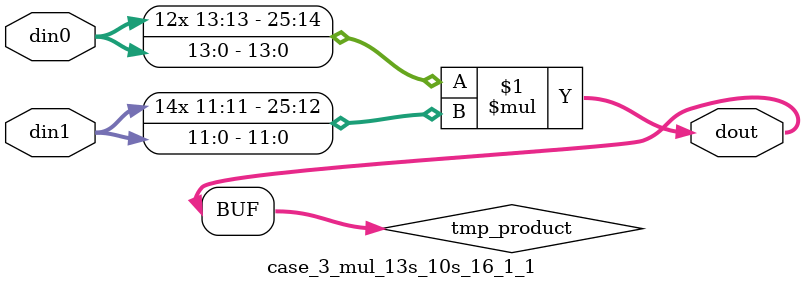
<source format=v>

`timescale 1 ns / 1 ps

 module case_3_mul_13s_10s_16_1_1(din0, din1, dout);
parameter ID = 1;
parameter NUM_STAGE = 0;
parameter din0_WIDTH = 14;
parameter din1_WIDTH = 12;
parameter dout_WIDTH = 26;

input [din0_WIDTH - 1 : 0] din0; 
input [din1_WIDTH - 1 : 0] din1; 
output [dout_WIDTH - 1 : 0] dout;

wire signed [dout_WIDTH - 1 : 0] tmp_product;



























assign tmp_product = $signed(din0) * $signed(din1);








assign dout = tmp_product;





















endmodule

</source>
